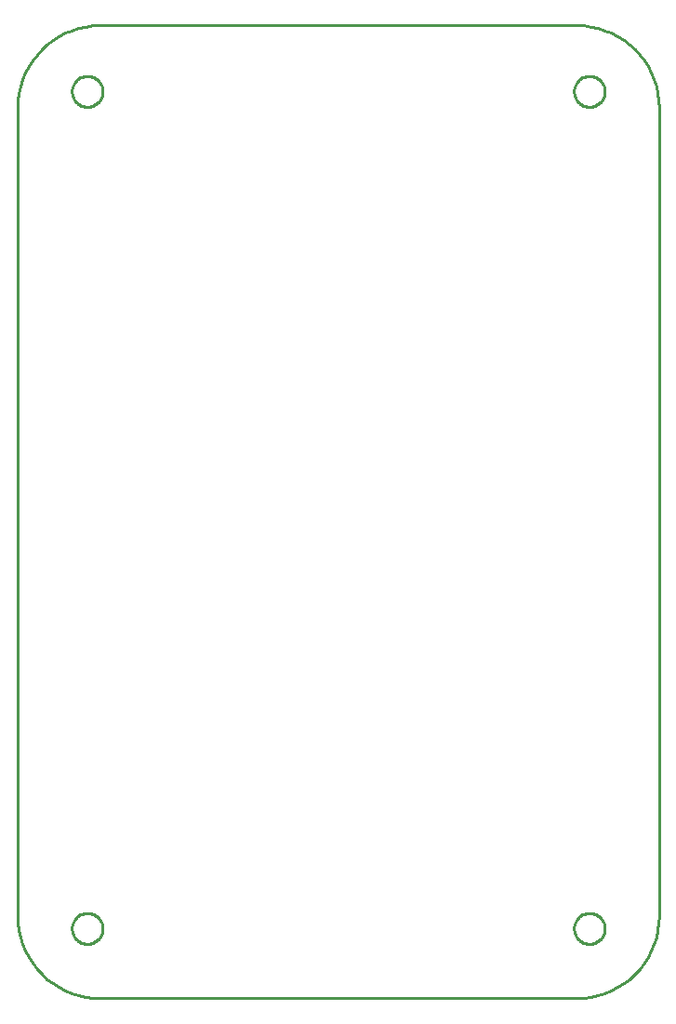
<source format=gbr>
G04 EAGLE Gerber RS-274X export*
G75*
%MOMM*%
%FSLAX34Y34*%
%LPD*%
%IN*%
%IPPOS*%
%AMOC8*
5,1,8,0,0,1.08239X$1,22.5*%
G01*
%ADD10C,0.254000*%


D10*
X0Y75000D02*
X285Y68463D01*
X1139Y61976D01*
X2556Y55589D01*
X4523Y49349D01*
X7027Y43304D01*
X10048Y37500D01*
X13564Y31982D01*
X17547Y26791D01*
X21967Y21967D01*
X26791Y17547D01*
X31982Y13564D01*
X37500Y10048D01*
X43304Y7027D01*
X49349Y4523D01*
X55589Y2556D01*
X61976Y1139D01*
X68463Y285D01*
X75000Y0D01*
X509000Y0D01*
X515537Y285D01*
X522024Y1139D01*
X528411Y2556D01*
X534652Y4523D01*
X540696Y7027D01*
X546500Y10048D01*
X552018Y13564D01*
X557209Y17547D01*
X562033Y21967D01*
X566453Y26791D01*
X570436Y31982D01*
X573952Y37500D01*
X576973Y43304D01*
X579477Y49349D01*
X581444Y55589D01*
X582861Y61976D01*
X583715Y68463D01*
X584000Y75000D01*
X584000Y810700D01*
X583715Y817237D01*
X582861Y823724D01*
X581444Y830111D01*
X579477Y836352D01*
X576973Y842396D01*
X573952Y848200D01*
X570436Y853718D01*
X566453Y858909D01*
X562033Y863733D01*
X557209Y868153D01*
X552018Y872136D01*
X546500Y875652D01*
X540696Y878673D01*
X534652Y881177D01*
X528411Y883144D01*
X522024Y884561D01*
X515537Y885415D01*
X509000Y885700D01*
X75000Y885700D01*
X68463Y885415D01*
X61976Y884561D01*
X55589Y883144D01*
X49349Y881177D01*
X43304Y878673D01*
X37500Y875652D01*
X31982Y872136D01*
X26791Y868153D01*
X21967Y863733D01*
X17547Y858909D01*
X13564Y853718D01*
X10048Y848200D01*
X7027Y842396D01*
X4523Y836352D01*
X2556Y830111D01*
X1139Y823724D01*
X285Y817237D01*
X0Y810700D01*
X0Y75000D01*
X534700Y825000D02*
X534629Y824003D01*
X534486Y823013D01*
X534274Y822036D01*
X533992Y821076D01*
X533643Y820139D01*
X533227Y819229D01*
X532748Y818352D01*
X532207Y817510D01*
X531608Y816710D01*
X530953Y815954D01*
X530246Y815247D01*
X529490Y814592D01*
X528690Y813993D01*
X527848Y813452D01*
X526971Y812973D01*
X526061Y812557D01*
X525124Y812208D01*
X524165Y811926D01*
X523187Y811714D01*
X522198Y811571D01*
X521200Y811500D01*
X520200Y811500D01*
X519203Y811571D01*
X518213Y811714D01*
X517236Y811926D01*
X516276Y812208D01*
X515339Y812557D01*
X514429Y812973D01*
X513552Y813452D01*
X512710Y813993D01*
X511910Y814592D01*
X511154Y815247D01*
X510447Y815954D01*
X509792Y816710D01*
X509193Y817510D01*
X508652Y818352D01*
X508173Y819229D01*
X507757Y820139D01*
X507408Y821076D01*
X507126Y822036D01*
X506914Y823013D01*
X506771Y824003D01*
X506700Y825000D01*
X506700Y826000D01*
X506771Y826998D01*
X506914Y827987D01*
X507126Y828965D01*
X507408Y829924D01*
X507757Y830861D01*
X508173Y831771D01*
X508652Y832648D01*
X509193Y833490D01*
X509792Y834290D01*
X510447Y835046D01*
X511154Y835753D01*
X511910Y836408D01*
X512710Y837007D01*
X513552Y837548D01*
X514429Y838027D01*
X515339Y838443D01*
X516276Y838792D01*
X517236Y839074D01*
X518213Y839286D01*
X519203Y839429D01*
X520200Y839500D01*
X521200Y839500D01*
X522198Y839429D01*
X523187Y839286D01*
X524165Y839074D01*
X525124Y838792D01*
X526061Y838443D01*
X526971Y838027D01*
X527848Y837548D01*
X528690Y837007D01*
X529490Y836408D01*
X530246Y835753D01*
X530953Y835046D01*
X531608Y834290D01*
X532207Y833490D01*
X532748Y832648D01*
X533227Y831771D01*
X533643Y830861D01*
X533992Y829924D01*
X534274Y828965D01*
X534486Y827987D01*
X534629Y826998D01*
X534700Y826000D01*
X534700Y825000D01*
X77500Y825000D02*
X77429Y824003D01*
X77286Y823013D01*
X77074Y822036D01*
X76792Y821076D01*
X76443Y820139D01*
X76027Y819229D01*
X75548Y818352D01*
X75007Y817510D01*
X74408Y816710D01*
X73753Y815954D01*
X73046Y815247D01*
X72290Y814592D01*
X71490Y813993D01*
X70648Y813452D01*
X69771Y812973D01*
X68861Y812557D01*
X67924Y812208D01*
X66965Y811926D01*
X65987Y811714D01*
X64998Y811571D01*
X64000Y811500D01*
X63000Y811500D01*
X62003Y811571D01*
X61013Y811714D01*
X60036Y811926D01*
X59076Y812208D01*
X58139Y812557D01*
X57229Y812973D01*
X56352Y813452D01*
X55510Y813993D01*
X54710Y814592D01*
X53954Y815247D01*
X53247Y815954D01*
X52592Y816710D01*
X51993Y817510D01*
X51452Y818352D01*
X50973Y819229D01*
X50557Y820139D01*
X50208Y821076D01*
X49926Y822036D01*
X49714Y823013D01*
X49571Y824003D01*
X49500Y825000D01*
X49500Y826000D01*
X49571Y826998D01*
X49714Y827987D01*
X49926Y828965D01*
X50208Y829924D01*
X50557Y830861D01*
X50973Y831771D01*
X51452Y832648D01*
X51993Y833490D01*
X52592Y834290D01*
X53247Y835046D01*
X53954Y835753D01*
X54710Y836408D01*
X55510Y837007D01*
X56352Y837548D01*
X57229Y838027D01*
X58139Y838443D01*
X59076Y838792D01*
X60036Y839074D01*
X61013Y839286D01*
X62003Y839429D01*
X63000Y839500D01*
X64000Y839500D01*
X64998Y839429D01*
X65987Y839286D01*
X66965Y839074D01*
X67924Y838792D01*
X68861Y838443D01*
X69771Y838027D01*
X70648Y837548D01*
X71490Y837007D01*
X72290Y836408D01*
X73046Y835753D01*
X73753Y835046D01*
X74408Y834290D01*
X75007Y833490D01*
X75548Y832648D01*
X76027Y831771D01*
X76443Y830861D01*
X76792Y829924D01*
X77074Y828965D01*
X77286Y827987D01*
X77429Y826998D01*
X77500Y826000D01*
X77500Y825000D01*
X534700Y63000D02*
X534629Y62003D01*
X534486Y61013D01*
X534274Y60036D01*
X533992Y59076D01*
X533643Y58139D01*
X533227Y57229D01*
X532748Y56352D01*
X532207Y55510D01*
X531608Y54710D01*
X530953Y53954D01*
X530246Y53247D01*
X529490Y52592D01*
X528690Y51993D01*
X527848Y51452D01*
X526971Y50973D01*
X526061Y50557D01*
X525124Y50208D01*
X524165Y49926D01*
X523187Y49714D01*
X522198Y49571D01*
X521200Y49500D01*
X520200Y49500D01*
X519203Y49571D01*
X518213Y49714D01*
X517236Y49926D01*
X516276Y50208D01*
X515339Y50557D01*
X514429Y50973D01*
X513552Y51452D01*
X512710Y51993D01*
X511910Y52592D01*
X511154Y53247D01*
X510447Y53954D01*
X509792Y54710D01*
X509193Y55510D01*
X508652Y56352D01*
X508173Y57229D01*
X507757Y58139D01*
X507408Y59076D01*
X507126Y60036D01*
X506914Y61013D01*
X506771Y62003D01*
X506700Y63000D01*
X506700Y64000D01*
X506771Y64998D01*
X506914Y65987D01*
X507126Y66965D01*
X507408Y67924D01*
X507757Y68861D01*
X508173Y69771D01*
X508652Y70648D01*
X509193Y71490D01*
X509792Y72290D01*
X510447Y73046D01*
X511154Y73753D01*
X511910Y74408D01*
X512710Y75007D01*
X513552Y75548D01*
X514429Y76027D01*
X515339Y76443D01*
X516276Y76792D01*
X517236Y77074D01*
X518213Y77286D01*
X519203Y77429D01*
X520200Y77500D01*
X521200Y77500D01*
X522198Y77429D01*
X523187Y77286D01*
X524165Y77074D01*
X525124Y76792D01*
X526061Y76443D01*
X526971Y76027D01*
X527848Y75548D01*
X528690Y75007D01*
X529490Y74408D01*
X530246Y73753D01*
X530953Y73046D01*
X531608Y72290D01*
X532207Y71490D01*
X532748Y70648D01*
X533227Y69771D01*
X533643Y68861D01*
X533992Y67924D01*
X534274Y66965D01*
X534486Y65987D01*
X534629Y64998D01*
X534700Y64000D01*
X534700Y63000D01*
X77500Y63000D02*
X77429Y62003D01*
X77286Y61013D01*
X77074Y60036D01*
X76792Y59076D01*
X76443Y58139D01*
X76027Y57229D01*
X75548Y56352D01*
X75007Y55510D01*
X74408Y54710D01*
X73753Y53954D01*
X73046Y53247D01*
X72290Y52592D01*
X71490Y51993D01*
X70648Y51452D01*
X69771Y50973D01*
X68861Y50557D01*
X67924Y50208D01*
X66965Y49926D01*
X65987Y49714D01*
X64998Y49571D01*
X64000Y49500D01*
X63000Y49500D01*
X62003Y49571D01*
X61013Y49714D01*
X60036Y49926D01*
X59076Y50208D01*
X58139Y50557D01*
X57229Y50973D01*
X56352Y51452D01*
X55510Y51993D01*
X54710Y52592D01*
X53954Y53247D01*
X53247Y53954D01*
X52592Y54710D01*
X51993Y55510D01*
X51452Y56352D01*
X50973Y57229D01*
X50557Y58139D01*
X50208Y59076D01*
X49926Y60036D01*
X49714Y61013D01*
X49571Y62003D01*
X49500Y63000D01*
X49500Y64000D01*
X49571Y64998D01*
X49714Y65987D01*
X49926Y66965D01*
X50208Y67924D01*
X50557Y68861D01*
X50973Y69771D01*
X51452Y70648D01*
X51993Y71490D01*
X52592Y72290D01*
X53247Y73046D01*
X53954Y73753D01*
X54710Y74408D01*
X55510Y75007D01*
X56352Y75548D01*
X57229Y76027D01*
X58139Y76443D01*
X59076Y76792D01*
X60036Y77074D01*
X61013Y77286D01*
X62003Y77429D01*
X63000Y77500D01*
X64000Y77500D01*
X64998Y77429D01*
X65987Y77286D01*
X66965Y77074D01*
X67924Y76792D01*
X68861Y76443D01*
X69771Y76027D01*
X70648Y75548D01*
X71490Y75007D01*
X72290Y74408D01*
X73046Y73753D01*
X73753Y73046D01*
X74408Y72290D01*
X75007Y71490D01*
X75548Y70648D01*
X76027Y69771D01*
X76443Y68861D01*
X76792Y67924D01*
X77074Y66965D01*
X77286Y65987D01*
X77429Y64998D01*
X77500Y64000D01*
X77500Y63000D01*
M02*

</source>
